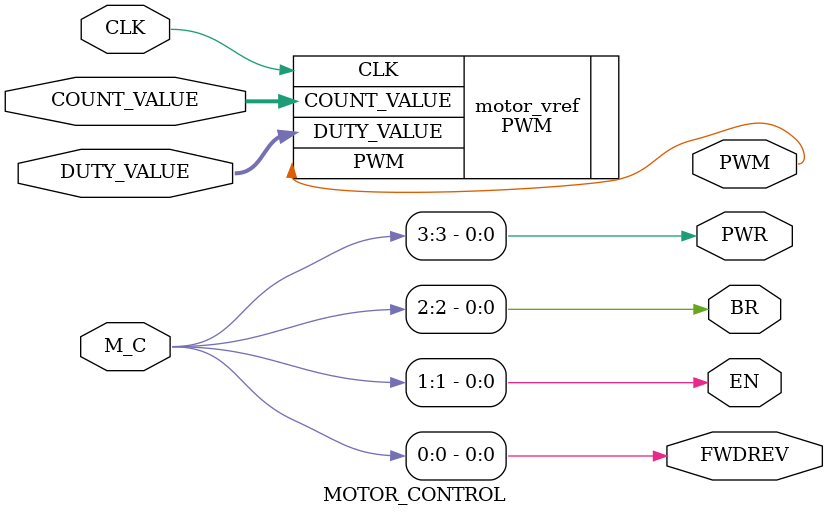
<source format=v>
/********************************************************************************
 MOTOR CONTROL MODULE
 2013
 ZAY
*********************************************************************************/

module MOTOR_CONTROL(
CLK,M_C,COUNT_VALUE,DUTY_VALUE,
PWM,FWDREV,EN,BR,
PWR);

input CLK;			//EX CLK 50Mhz
input[3:0] M_C;	//motor control signals
input[15:0] COUNT_VALUE;	//for Frequency division(Khz)
input[15:0] DUTY_VALUE;		//duty cycle of PWM signal

output PWM;		//PWM signals for speed control
output FWDREV;	//FWDREV signals for direction control
output EN;		//EN signals for enable L6235
output BR;		//BRAKE signals
output PWR;     //Power control of BTS5235 for motor

//output cn0;

//reg EN;
//reg BR;
//reg FWDREV;

//instruction definiton
//`define 'b00

//instruction parse
//warning: can't realise wrong condition detection function!!!!!!!!!
assign FWDREV = M_C[0];
assign EN     = M_C[1];
assign BR     = M_C[2];
assign PWR	  = M_C[3];

//always @(posedge CLK) 
//	begin
//		//control signals parse
//		casex(INSTR)
//			3'bx0x:	EN <= 0;			//disable all power mosfet
//			3'bx1x:	EN <= 1;			//enable all power mosfet
//			3'b01x:	BR <= 0;			//disable all high-side power mosfet, brake function
//			3'b11x: BR <= 1;			//enable all high-side power mosfet	
//			3'b110:	FWDREV <= 1;		//move forward
//			3'b111:	FWDREV <= 0;		//move backward
//			default:	
//				begin
//					FWDREV <= 0;
//					EN <= 0;
//					BR <= 0;
//				end
//		endcase
//	end


	
//speed parse
PWM motor_vref (.CLK(CLK), .COUNT_VALUE(COUNT_VALUE), .DUTY_VALUE(DUTY_VALUE), .PWM(PWM));// .cn0(cn0));
 
endmodule

</source>
